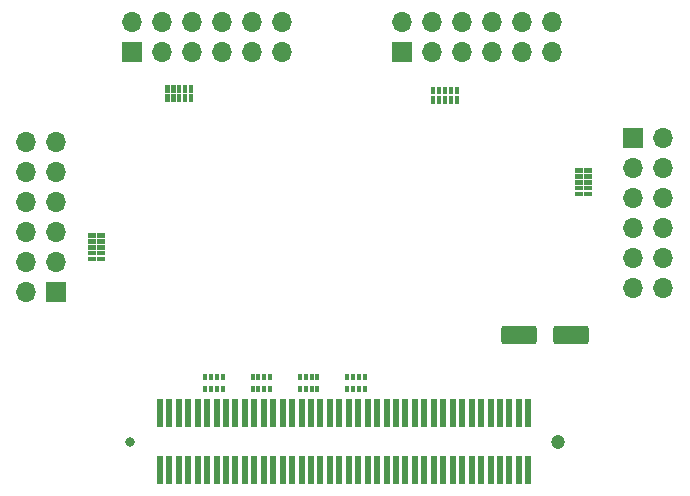
<source format=gbr>
G04 #@! TF.GenerationSoftware,KiCad,Pcbnew,6.0.7-1.fc35*
G04 #@! TF.CreationDate,2022-09-05T19:11:37-05:00*
G04 #@! TF.ProjectId,pmod-adapter,706d6f64-2d61-4646-9170-7465722e6b69,rev?*
G04 #@! TF.SameCoordinates,Original*
G04 #@! TF.FileFunction,Soldermask,Bot*
G04 #@! TF.FilePolarity,Negative*
%FSLAX46Y46*%
G04 Gerber Fmt 4.6, Leading zero omitted, Abs format (unit mm)*
G04 Created by KiCad (PCBNEW 6.0.7-1.fc35) date 2022-09-05 19:11:37*
%MOMM*%
%LPD*%
G01*
G04 APERTURE LIST*
G04 Aperture macros list*
%AMRoundRect*
0 Rectangle with rounded corners*
0 $1 Rounding radius*
0 $2 $3 $4 $5 $6 $7 $8 $9 X,Y pos of 4 corners*
0 Add a 4 corners polygon primitive as box body*
4,1,4,$2,$3,$4,$5,$6,$7,$8,$9,$2,$3,0*
0 Add four circle primitives for the rounded corners*
1,1,$1+$1,$2,$3*
1,1,$1+$1,$4,$5*
1,1,$1+$1,$6,$7*
1,1,$1+$1,$8,$9*
0 Add four rect primitives between the rounded corners*
20,1,$1+$1,$2,$3,$4,$5,0*
20,1,$1+$1,$4,$5,$6,$7,0*
20,1,$1+$1,$6,$7,$8,$9,0*
20,1,$1+$1,$8,$9,$2,$3,0*%
G04 Aperture macros list end*
%ADD10C,0.010000*%
%ADD11R,1.700000X1.700000*%
%ADD12O,1.700000X1.700000*%
%ADD13R,0.400000X0.500000*%
%ADD14R,0.300000X0.500000*%
%ADD15C,1.200000*%
%ADD16C,0.800000*%
%ADD17R,0.500000X2.400000*%
%ADD18RoundRect,0.250000X1.250000X0.550000X-1.250000X0.550000X-1.250000X-0.550000X1.250000X-0.550000X0*%
G04 APERTURE END LIST*
G04 #@! TO.C,D3*
G36*
X131150000Y-67287500D02*
G01*
X130850000Y-67287500D01*
X130850000Y-66712500D01*
X131150000Y-66712500D01*
X131150000Y-67287500D01*
G37*
D10*
X131150000Y-67287500D02*
X130850000Y-67287500D01*
X130850000Y-66712500D01*
X131150000Y-66712500D01*
X131150000Y-67287500D01*
G36*
X132150000Y-66512500D02*
G01*
X131850000Y-66512500D01*
X131850000Y-65937500D01*
X132150000Y-65937500D01*
X132150000Y-66512500D01*
G37*
X132150000Y-66512500D02*
X131850000Y-66512500D01*
X131850000Y-65937500D01*
X132150000Y-65937500D01*
X132150000Y-66512500D01*
G36*
X131650000Y-66512500D02*
G01*
X131350000Y-66512500D01*
X131350000Y-65937500D01*
X131650000Y-65937500D01*
X131650000Y-66512500D01*
G37*
X131650000Y-66512500D02*
X131350000Y-66512500D01*
X131350000Y-65937500D01*
X131650000Y-65937500D01*
X131650000Y-66512500D01*
G36*
X130150000Y-66512500D02*
G01*
X129850000Y-66512500D01*
X129850000Y-65937500D01*
X130150000Y-65937500D01*
X130150000Y-66512500D01*
G37*
X130150000Y-66512500D02*
X129850000Y-66512500D01*
X129850000Y-65937500D01*
X130150000Y-65937500D01*
X130150000Y-66512500D01*
G36*
X130150000Y-67287500D02*
G01*
X129850000Y-67287500D01*
X129850000Y-66712500D01*
X130150000Y-66712500D01*
X130150000Y-67287500D01*
G37*
X130150000Y-67287500D02*
X129850000Y-67287500D01*
X129850000Y-66712500D01*
X130150000Y-66712500D01*
X130150000Y-67287500D01*
G36*
X131150000Y-66512500D02*
G01*
X130850000Y-66512500D01*
X130850000Y-65937500D01*
X131150000Y-65937500D01*
X131150000Y-66512500D01*
G37*
X131150000Y-66512500D02*
X130850000Y-66512500D01*
X130850000Y-65937500D01*
X131150000Y-65937500D01*
X131150000Y-66512500D01*
G36*
X130650000Y-66512500D02*
G01*
X130350000Y-66512500D01*
X130350000Y-65937500D01*
X130650000Y-65937500D01*
X130650000Y-66512500D01*
G37*
X130650000Y-66512500D02*
X130350000Y-66512500D01*
X130350000Y-65937500D01*
X130650000Y-65937500D01*
X130650000Y-66512500D01*
G36*
X132150000Y-67287500D02*
G01*
X131850000Y-67287500D01*
X131850000Y-66712500D01*
X132150000Y-66712500D01*
X132150000Y-67287500D01*
G37*
X132150000Y-67287500D02*
X131850000Y-67287500D01*
X131850000Y-66712500D01*
X132150000Y-66712500D01*
X132150000Y-67287500D01*
G36*
X130650000Y-67287500D02*
G01*
X130350000Y-67287500D01*
X130350000Y-66712500D01*
X130650000Y-66712500D01*
X130650000Y-67287500D01*
G37*
X130650000Y-67287500D02*
X130350000Y-67287500D01*
X130350000Y-66712500D01*
X130650000Y-66712500D01*
X130650000Y-67287500D01*
G36*
X131650000Y-67287500D02*
G01*
X131350000Y-67287500D01*
X131350000Y-66712500D01*
X131650000Y-66712500D01*
X131650000Y-67287500D01*
G37*
X131650000Y-67287500D02*
X131350000Y-67287500D01*
X131350000Y-66712500D01*
X131650000Y-66712500D01*
X131650000Y-67287500D01*
G04 #@! TO.C,D7*
G36*
X102175000Y-80150000D02*
G01*
X101600000Y-80150000D01*
X101600000Y-79850000D01*
X102175000Y-79850000D01*
X102175000Y-80150000D01*
G37*
X102175000Y-80150000D02*
X101600000Y-80150000D01*
X101600000Y-79850000D01*
X102175000Y-79850000D01*
X102175000Y-80150000D01*
G36*
X101400000Y-79150000D02*
G01*
X100825000Y-79150000D01*
X100825000Y-78850000D01*
X101400000Y-78850000D01*
X101400000Y-79150000D01*
G37*
X101400000Y-79150000D02*
X100825000Y-79150000D01*
X100825000Y-78850000D01*
X101400000Y-78850000D01*
X101400000Y-79150000D01*
G36*
X101400000Y-80650000D02*
G01*
X100825000Y-80650000D01*
X100825000Y-80350000D01*
X101400000Y-80350000D01*
X101400000Y-80650000D01*
G37*
X101400000Y-80650000D02*
X100825000Y-80650000D01*
X100825000Y-80350000D01*
X101400000Y-80350000D01*
X101400000Y-80650000D01*
G36*
X101400000Y-80150000D02*
G01*
X100825000Y-80150000D01*
X100825000Y-79850000D01*
X101400000Y-79850000D01*
X101400000Y-80150000D01*
G37*
X101400000Y-80150000D02*
X100825000Y-80150000D01*
X100825000Y-79850000D01*
X101400000Y-79850000D01*
X101400000Y-80150000D01*
G36*
X102175000Y-79650000D02*
G01*
X101600000Y-79650000D01*
X101600000Y-79350000D01*
X102175000Y-79350000D01*
X102175000Y-79650000D01*
G37*
X102175000Y-79650000D02*
X101600000Y-79650000D01*
X101600000Y-79350000D01*
X102175000Y-79350000D01*
X102175000Y-79650000D01*
G36*
X101400000Y-79650000D02*
G01*
X100825000Y-79650000D01*
X100825000Y-79350000D01*
X101400000Y-79350000D01*
X101400000Y-79650000D01*
G37*
X101400000Y-79650000D02*
X100825000Y-79650000D01*
X100825000Y-79350000D01*
X101400000Y-79350000D01*
X101400000Y-79650000D01*
G36*
X101400000Y-78650000D02*
G01*
X100825000Y-78650000D01*
X100825000Y-78350000D01*
X101400000Y-78350000D01*
X101400000Y-78650000D01*
G37*
X101400000Y-78650000D02*
X100825000Y-78650000D01*
X100825000Y-78350000D01*
X101400000Y-78350000D01*
X101400000Y-78650000D01*
G36*
X102175000Y-79150000D02*
G01*
X101600000Y-79150000D01*
X101600000Y-78850000D01*
X102175000Y-78850000D01*
X102175000Y-79150000D01*
G37*
X102175000Y-79150000D02*
X101600000Y-79150000D01*
X101600000Y-78850000D01*
X102175000Y-78850000D01*
X102175000Y-79150000D01*
G36*
X102175000Y-80650000D02*
G01*
X101600000Y-80650000D01*
X101600000Y-80350000D01*
X102175000Y-80350000D01*
X102175000Y-80650000D01*
G37*
X102175000Y-80650000D02*
X101600000Y-80650000D01*
X101600000Y-80350000D01*
X102175000Y-80350000D01*
X102175000Y-80650000D01*
G36*
X102175000Y-78650000D02*
G01*
X101600000Y-78650000D01*
X101600000Y-78350000D01*
X102175000Y-78350000D01*
X102175000Y-78650000D01*
G37*
X102175000Y-78650000D02*
X101600000Y-78650000D01*
X101600000Y-78350000D01*
X102175000Y-78350000D01*
X102175000Y-78650000D01*
G04 #@! TO.C,D1*
G36*
X143418751Y-75150000D02*
G01*
X142843751Y-75150000D01*
X142843751Y-74850000D01*
X143418751Y-74850000D01*
X143418751Y-75150000D01*
G37*
X143418751Y-75150000D02*
X142843751Y-75150000D01*
X142843751Y-74850000D01*
X143418751Y-74850000D01*
X143418751Y-75150000D01*
G36*
X142643751Y-74150000D02*
G01*
X142068751Y-74150000D01*
X142068751Y-73850000D01*
X142643751Y-73850000D01*
X142643751Y-74150000D01*
G37*
X142643751Y-74150000D02*
X142068751Y-74150000D01*
X142068751Y-73850000D01*
X142643751Y-73850000D01*
X142643751Y-74150000D01*
G36*
X143418751Y-73650000D02*
G01*
X142843751Y-73650000D01*
X142843751Y-73350000D01*
X143418751Y-73350000D01*
X143418751Y-73650000D01*
G37*
X143418751Y-73650000D02*
X142843751Y-73650000D01*
X142843751Y-73350000D01*
X143418751Y-73350000D01*
X143418751Y-73650000D01*
G36*
X143418751Y-74650000D02*
G01*
X142843751Y-74650000D01*
X142843751Y-74350000D01*
X143418751Y-74350000D01*
X143418751Y-74650000D01*
G37*
X143418751Y-74650000D02*
X142843751Y-74650000D01*
X142843751Y-74350000D01*
X143418751Y-74350000D01*
X143418751Y-74650000D01*
G36*
X143418751Y-73150000D02*
G01*
X142843751Y-73150000D01*
X142843751Y-72850000D01*
X143418751Y-72850000D01*
X143418751Y-73150000D01*
G37*
X143418751Y-73150000D02*
X142843751Y-73150000D01*
X142843751Y-72850000D01*
X143418751Y-72850000D01*
X143418751Y-73150000D01*
G36*
X143418751Y-74150000D02*
G01*
X142843751Y-74150000D01*
X142843751Y-73850000D01*
X143418751Y-73850000D01*
X143418751Y-74150000D01*
G37*
X143418751Y-74150000D02*
X142843751Y-74150000D01*
X142843751Y-73850000D01*
X143418751Y-73850000D01*
X143418751Y-74150000D01*
G36*
X142643751Y-75150000D02*
G01*
X142068751Y-75150000D01*
X142068751Y-74850000D01*
X142643751Y-74850000D01*
X142643751Y-75150000D01*
G37*
X142643751Y-75150000D02*
X142068751Y-75150000D01*
X142068751Y-74850000D01*
X142643751Y-74850000D01*
X142643751Y-75150000D01*
G36*
X142643751Y-74650000D02*
G01*
X142068751Y-74650000D01*
X142068751Y-74350000D01*
X142643751Y-74350000D01*
X142643751Y-74650000D01*
G37*
X142643751Y-74650000D02*
X142068751Y-74650000D01*
X142068751Y-74350000D01*
X142643751Y-74350000D01*
X142643751Y-74650000D01*
G36*
X142643751Y-73650000D02*
G01*
X142068751Y-73650000D01*
X142068751Y-73350000D01*
X142643751Y-73350000D01*
X142643751Y-73650000D01*
G37*
X142643751Y-73650000D02*
X142068751Y-73650000D01*
X142068751Y-73350000D01*
X142643751Y-73350000D01*
X142643751Y-73650000D01*
G36*
X142643751Y-73150000D02*
G01*
X142068751Y-73150000D01*
X142068751Y-72850000D01*
X142643751Y-72850000D01*
X142643751Y-73150000D01*
G37*
X142643751Y-73150000D02*
X142068751Y-73150000D01*
X142068751Y-72850000D01*
X142643751Y-72850000D01*
X142643751Y-73150000D01*
G04 #@! TO.C,D5*
G36*
X108150000Y-66400000D02*
G01*
X107850000Y-66400000D01*
X107850000Y-65825000D01*
X108150000Y-65825000D01*
X108150000Y-66400000D01*
G37*
X108150000Y-66400000D02*
X107850000Y-66400000D01*
X107850000Y-65825000D01*
X108150000Y-65825000D01*
X108150000Y-66400000D01*
G36*
X108650000Y-66400000D02*
G01*
X108350000Y-66400000D01*
X108350000Y-65825000D01*
X108650000Y-65825000D01*
X108650000Y-66400000D01*
G37*
X108650000Y-66400000D02*
X108350000Y-66400000D01*
X108350000Y-65825000D01*
X108650000Y-65825000D01*
X108650000Y-66400000D01*
G36*
X107650000Y-66400000D02*
G01*
X107350000Y-66400000D01*
X107350000Y-65825000D01*
X107650000Y-65825000D01*
X107650000Y-66400000D01*
G37*
X107650000Y-66400000D02*
X107350000Y-66400000D01*
X107350000Y-65825000D01*
X107650000Y-65825000D01*
X107650000Y-66400000D01*
G36*
X109650000Y-66400000D02*
G01*
X109350000Y-66400000D01*
X109350000Y-65825000D01*
X109650000Y-65825000D01*
X109650000Y-66400000D01*
G37*
X109650000Y-66400000D02*
X109350000Y-66400000D01*
X109350000Y-65825000D01*
X109650000Y-65825000D01*
X109650000Y-66400000D01*
G36*
X109150000Y-66400000D02*
G01*
X108850000Y-66400000D01*
X108850000Y-65825000D01*
X109150000Y-65825000D01*
X109150000Y-66400000D01*
G37*
X109150000Y-66400000D02*
X108850000Y-66400000D01*
X108850000Y-65825000D01*
X109150000Y-65825000D01*
X109150000Y-66400000D01*
G36*
X109650000Y-67175000D02*
G01*
X109350000Y-67175000D01*
X109350000Y-66600000D01*
X109650000Y-66600000D01*
X109650000Y-67175000D01*
G37*
X109650000Y-67175000D02*
X109350000Y-67175000D01*
X109350000Y-66600000D01*
X109650000Y-66600000D01*
X109650000Y-67175000D01*
G36*
X108150000Y-67175000D02*
G01*
X107850000Y-67175000D01*
X107850000Y-66600000D01*
X108150000Y-66600000D01*
X108150000Y-67175000D01*
G37*
X108150000Y-67175000D02*
X107850000Y-67175000D01*
X107850000Y-66600000D01*
X108150000Y-66600000D01*
X108150000Y-67175000D01*
G36*
X108650000Y-67175000D02*
G01*
X108350000Y-67175000D01*
X108350000Y-66600000D01*
X108650000Y-66600000D01*
X108650000Y-67175000D01*
G37*
X108650000Y-67175000D02*
X108350000Y-67175000D01*
X108350000Y-66600000D01*
X108650000Y-66600000D01*
X108650000Y-67175000D01*
G36*
X107650000Y-67175000D02*
G01*
X107350000Y-67175000D01*
X107350000Y-66600000D01*
X107650000Y-66600000D01*
X107650000Y-67175000D01*
G37*
X107650000Y-67175000D02*
X107350000Y-67175000D01*
X107350000Y-66600000D01*
X107650000Y-66600000D01*
X107650000Y-67175000D01*
G36*
X109150000Y-67175000D02*
G01*
X108850000Y-67175000D01*
X108850000Y-66600000D01*
X109150000Y-66600000D01*
X109150000Y-67175000D01*
G37*
X109150000Y-67175000D02*
X108850000Y-67175000D01*
X108850000Y-66600000D01*
X109150000Y-66600000D01*
X109150000Y-67175000D01*
G04 #@! TD*
D11*
G04 #@! TO.C,J1*
X147000000Y-70300000D03*
D12*
X147000000Y-72840000D03*
X147000000Y-75380000D03*
X147000000Y-77920000D03*
X147000000Y-80460000D03*
X147000000Y-83000000D03*
X149540000Y-70300000D03*
X149540000Y-72840000D03*
X149540000Y-75380000D03*
X149540000Y-77920000D03*
X149540000Y-80460000D03*
X149540000Y-83000000D03*
G04 #@! TD*
D11*
G04 #@! TO.C,J2*
X127430000Y-63000000D03*
D12*
X129970000Y-63000000D03*
X132510000Y-63000000D03*
X135050000Y-63000000D03*
X137590000Y-63000000D03*
X140130000Y-63000000D03*
X127430000Y-60460000D03*
X129970000Y-60460000D03*
X132510000Y-60460000D03*
X135050000Y-60460000D03*
X137590000Y-60460000D03*
X140130000Y-60460000D03*
G04 #@! TD*
D11*
G04 #@! TO.C,J3*
X104570000Y-63000000D03*
D12*
X107110000Y-63000000D03*
X109650000Y-63000000D03*
X112190000Y-63000000D03*
X114730000Y-63000000D03*
X117270000Y-63000000D03*
X104570000Y-60460000D03*
X107110000Y-60460000D03*
X109650000Y-60460000D03*
X112190000Y-60460000D03*
X114730000Y-60460000D03*
X117270000Y-60460000D03*
G04 #@! TD*
D11*
G04 #@! TO.C,J4*
X98150000Y-83350000D03*
D12*
X98150000Y-80810000D03*
X98150000Y-78270000D03*
X98150000Y-75730000D03*
X98150000Y-73190000D03*
X98150000Y-70650000D03*
X95610000Y-83350000D03*
X95610000Y-80810000D03*
X95610000Y-78270000D03*
X95610000Y-75730000D03*
X95610000Y-73190000D03*
X95610000Y-70650000D03*
G04 #@! TD*
D13*
G04 #@! TO.C,RN3*
X114750000Y-90500000D03*
D14*
X115250000Y-90500000D03*
X115750000Y-90500000D03*
D13*
X116250000Y-90500000D03*
X116250000Y-91500000D03*
D14*
X115750000Y-91500000D03*
X115250000Y-91500000D03*
D13*
X114750000Y-91500000D03*
G04 #@! TD*
G04 #@! TO.C,RN4*
X110750000Y-90500000D03*
D14*
X111250000Y-90500000D03*
X111750000Y-90500000D03*
D13*
X112250000Y-90500000D03*
X112250000Y-91500000D03*
D14*
X111750000Y-91500000D03*
X111250000Y-91500000D03*
D13*
X110750000Y-91500000D03*
G04 #@! TD*
D15*
G04 #@! TO.C,J5*
X140600000Y-96000000D03*
D16*
X104400000Y-96000000D03*
D17*
X138100000Y-98400000D03*
X138100000Y-93600000D03*
X137300000Y-98400000D03*
X137300000Y-93600000D03*
X136500000Y-98400000D03*
X136500000Y-93600000D03*
X135700000Y-98400000D03*
X135700000Y-93600000D03*
X134900000Y-98400000D03*
X134900000Y-93600000D03*
X134100000Y-98400000D03*
X134100000Y-93600000D03*
X133300000Y-98400000D03*
X133300000Y-93600000D03*
X132500000Y-98400000D03*
X132500000Y-93600000D03*
X131700000Y-98400000D03*
X131700000Y-93600000D03*
X130900000Y-98400000D03*
X130900000Y-93600000D03*
X130100000Y-98400000D03*
X130100000Y-93600000D03*
X129300000Y-98400000D03*
X129300000Y-93600000D03*
X128500000Y-98400000D03*
X128500000Y-93600000D03*
X127700000Y-98400000D03*
X127700000Y-93600000D03*
X126900000Y-98400000D03*
X126900000Y-93600000D03*
X126100000Y-98400000D03*
X126100000Y-93600000D03*
X125300000Y-98400000D03*
X125300000Y-93600000D03*
X124500000Y-98400000D03*
X124500000Y-93600000D03*
X123700000Y-98400000D03*
X123700000Y-93600000D03*
X122900000Y-98400000D03*
X122900000Y-93600000D03*
X122100000Y-98400000D03*
X122100000Y-93600000D03*
X121300000Y-98400000D03*
X121300000Y-93600000D03*
X120500000Y-98400000D03*
X120500000Y-93600000D03*
X119700000Y-98400000D03*
X119700000Y-93600000D03*
X118900000Y-98400000D03*
X118900000Y-93600000D03*
X118100000Y-98400000D03*
X118100000Y-93600000D03*
X117300000Y-98400000D03*
X117300000Y-93600000D03*
X116500000Y-98400000D03*
X116500000Y-93600000D03*
X115700000Y-98400000D03*
X115700000Y-93600000D03*
X114900000Y-98400000D03*
X114900000Y-93600000D03*
X114100000Y-98400000D03*
X114100000Y-93600000D03*
X113300000Y-98400000D03*
X113300000Y-93600000D03*
X112500000Y-98400000D03*
X112500000Y-93600000D03*
X111700000Y-98400000D03*
X111700000Y-93600000D03*
X110900000Y-98400000D03*
X110900000Y-93600000D03*
X110100000Y-98400000D03*
X110100000Y-93600000D03*
X109300000Y-98400000D03*
X109300000Y-93600000D03*
X108500000Y-98400000D03*
X108500000Y-93600000D03*
X107700000Y-98400000D03*
X107700000Y-93600000D03*
X106900000Y-98400000D03*
X106900000Y-93600000D03*
G04 #@! TD*
D18*
G04 #@! TO.C,C5*
X141700000Y-87000000D03*
X137300000Y-87000000D03*
G04 #@! TD*
D13*
G04 #@! TO.C,RN1*
X122750000Y-90500000D03*
D14*
X123250000Y-90500000D03*
X123750000Y-90500000D03*
D13*
X124250000Y-90500000D03*
X124250000Y-91500000D03*
D14*
X123750000Y-91500000D03*
X123250000Y-91500000D03*
D13*
X122750000Y-91500000D03*
G04 #@! TD*
G04 #@! TO.C,RN2*
X118750000Y-90500000D03*
D14*
X119250000Y-90500000D03*
X119750000Y-90500000D03*
D13*
X120250000Y-90500000D03*
X120250000Y-91500000D03*
D14*
X119750000Y-91500000D03*
X119250000Y-91500000D03*
D13*
X118750000Y-91500000D03*
G04 #@! TD*
M02*

</source>
